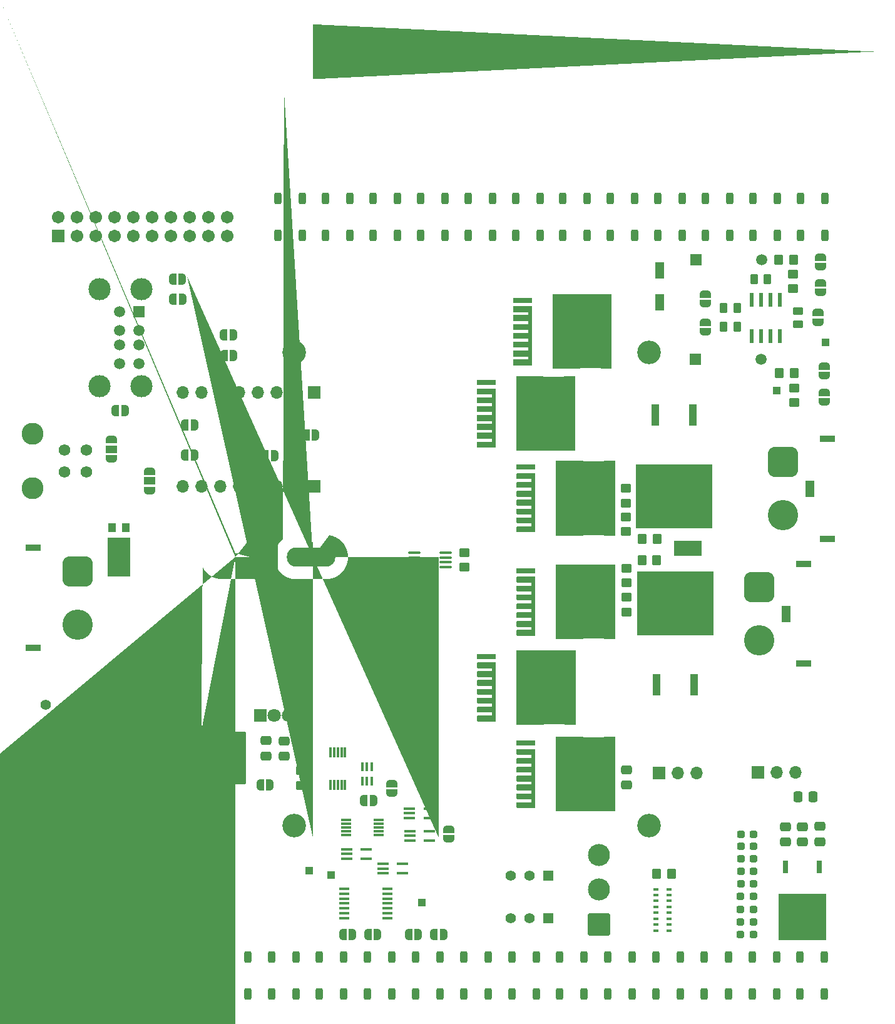
<source format=gbr>
%TF.GenerationSoftware,KiCad,Pcbnew,8.0.3*%
%TF.CreationDate,2025-06-05T12:32:52-07:00*%
%TF.ProjectId,Power_ManagementV2,506f7765-725f-44d6-916e-6167656d656e,rev?*%
%TF.SameCoordinates,Original*%
%TF.FileFunction,Soldermask,Top*%
%TF.FilePolarity,Negative*%
%FSLAX46Y46*%
G04 Gerber Fmt 4.6, Leading zero omitted, Abs format (unit mm)*
G04 Created by KiCad (PCBNEW 8.0.3) date 2025-06-05 12:32:52*
%MOMM*%
%LPD*%
G01*
G04 APERTURE LIST*
G04 Aperture macros list*
%AMRoundRect*
0 Rectangle with rounded corners*
0 $1 Rounding radius*
0 $2 $3 $4 $5 $6 $7 $8 $9 X,Y pos of 4 corners*
0 Add a 4 corners polygon primitive as box body*
4,1,4,$2,$3,$4,$5,$6,$7,$8,$9,$2,$3,0*
0 Add four circle primitives for the rounded corners*
1,1,$1+$1,$2,$3*
1,1,$1+$1,$4,$5*
1,1,$1+$1,$6,$7*
1,1,$1+$1,$8,$9*
0 Add four rect primitives between the rounded corners*
20,1,$1+$1,$2,$3,$4,$5,0*
20,1,$1+$1,$4,$5,$6,$7,0*
20,1,$1+$1,$6,$7,$8,$9,0*
20,1,$1+$1,$8,$9,$2,$3,0*%
%AMFreePoly0*
4,1,19,0.500000,-0.750000,0.000000,-0.750000,0.000000,-0.744911,-0.071157,-0.744911,-0.207708,-0.704816,-0.327430,-0.627875,-0.420627,-0.520320,-0.479746,-0.390866,-0.500000,-0.250000,-0.500000,0.250000,-0.479746,0.390866,-0.420627,0.520320,-0.327430,0.627875,-0.207708,0.704816,-0.071157,0.744911,0.000000,0.744911,0.000000,0.750000,0.500000,0.750000,0.500000,-0.750000,0.500000,-0.750000,
$1*%
%AMFreePoly1*
4,1,19,0.000000,0.744911,0.071157,0.744911,0.207708,0.704816,0.327430,0.627875,0.420627,0.520320,0.479746,0.390866,0.500000,0.250000,0.500000,-0.250000,0.479746,-0.390866,0.420627,-0.520320,0.327430,-0.627875,0.207708,-0.704816,0.071157,-0.744911,0.000000,-0.744911,0.000000,-0.750000,-0.500000,-0.750000,-0.500000,0.750000,0.000000,0.750000,0.000000,0.744911,0.000000,0.744911,
$1*%
%AMFreePoly2*
4,1,19,0.550000,-0.750000,0.000000,-0.750000,0.000000,-0.744911,-0.071157,-0.744911,-0.207708,-0.704816,-0.327430,-0.627875,-0.420627,-0.520320,-0.479746,-0.390866,-0.500000,-0.250000,-0.500000,0.250000,-0.479746,0.390866,-0.420627,0.520320,-0.327430,0.627875,-0.207708,0.704816,-0.071157,0.744911,0.000000,0.744911,0.000000,0.750000,0.550000,0.750000,0.550000,-0.750000,0.550000,-0.750000,
$1*%
%AMFreePoly3*
4,1,19,0.000000,0.744911,0.071157,0.744911,0.207708,0.704816,0.327430,0.627875,0.420627,0.520320,0.479746,0.390866,0.500000,0.250000,0.500000,-0.250000,0.479746,-0.390866,0.420627,-0.520320,0.327430,-0.627875,0.207708,-0.704816,0.071157,-0.744911,0.000000,-0.744911,0.000000,-0.750000,-0.550000,-0.750000,-0.550000,0.750000,0.000000,0.750000,0.000000,0.744911,0.000000,0.744911,
$1*%
%AMFreePoly4*
4,1,64,2.219304,2.963065,2.677052,2.853170,3.111972,2.673020,3.513357,2.427051,3.871321,2.121320,4.177052,1.763356,4.423021,1.361971,4.603171,0.927051,4.713066,0.469303,4.750001,0.000000,4.713066,-0.469303,4.603171,-0.927051,4.423021,-1.361971,4.177052,-1.763356,3.871321,-2.121320,3.513357,-2.427051,3.111972,-2.673020,2.677052,-2.853170,2.219304,-2.963065,1.750001,-3.000000,
-2.249999,-3.000000,-2.397706,-2.996361,-2.545055,-2.985454,-2.691689,-2.967306,-2.837251,-2.941960,-2.981388,-2.909478,-3.123751,-2.869938,-3.263995,-2.823437,-3.401780,-2.770088,-3.536770,-2.710019,-3.668639,-2.643376,-3.797067,-2.570322,-3.921743,-2.491033,-4.042363,-2.405702,-4.158636,-2.314536,-4.270279,-2.217755,-4.377022,-2.115595,-4.478605,-2.008303,-4.574782,-1.896139,-4.665320,-1.779377,
-4.750000,-1.658298,-4.750001,1.658297,-4.665322,1.779376,-4.574783,1.896139,-4.478606,2.008302,-4.377023,2.115594,-4.270281,2.217755,-4.158637,2.314535,-4.042365,2.405702,-3.921744,2.491033,-3.797069,2.570322,-3.668640,2.643376,-3.536771,2.710019,-3.401780,2.770087,-3.263996,2.823437,-3.123752,2.869937,-2.981389,2.909477,-2.837251,2.941959,-2.691689,2.967304,-2.545056,2.985452,
-2.397706,2.996359,-2.249999,2.999997,1.750001,3.000000,2.219304,2.963065,2.219304,2.963065,$1*%
%AMFreePoly5*
4,1,64,2.397707,2.996361,2.545056,2.985454,2.691689,2.967306,2.837251,2.941960,2.981388,2.909477,3.123751,2.869938,3.263995,2.823437,3.401779,2.770087,3.536770,2.710019,3.668639,2.643376,3.797067,2.570322,3.921742,2.491033,4.042363,2.405702,4.158635,2.314536,4.270278,2.217755,4.377021,2.115595,4.478604,2.008303,4.574782,1.896140,4.665320,1.779378,4.750000,1.658299,
4.750001,-1.658298,4.665321,-1.779377,4.574783,-1.896139,4.478606,-2.008303,4.377022,-2.115595,4.270280,-2.217755,4.158637,-2.314536,4.042364,-2.405702,3.921744,-2.491033,3.797068,-2.570322,3.668640,-2.643376,3.536771,-2.710019,3.401780,-2.770087,3.263996,-2.823437,3.123752,-2.869937,2.981389,-2.909477,2.837251,-2.941959,2.691689,-2.967305,2.545056,-2.985453,2.397707,-2.996360,
2.250000,-2.999998,-1.750001,-3.000000,-2.219304,-2.963065,-2.677051,-2.853170,-3.111972,-2.673020,-3.513356,-2.427051,-3.871321,-2.121320,-4.177051,-1.763356,-4.423020,-1.361971,-4.603170,-0.927051,-4.713066,-0.469303,-4.750001,0.000000,-4.713066,0.469303,-4.603170,0.927051,-4.423020,1.361971,-4.177051,1.763356,-3.871321,2.121320,-3.513356,2.427051,-3.111972,2.673020,-2.677051,2.853170,
-2.219304,2.963065,-1.750001,3.000000,2.250000,3.000000,2.397707,2.996361,2.397707,2.996361,$1*%
G04 Aperture macros list end*
%ADD10C,0.000000*%
%ADD11RoundRect,0.250000X-0.250000X0.550000X-0.250000X-0.550000X0.250000X-0.550000X0.250000X0.550000X0*%
%ADD12FreePoly0,0.000000*%
%ADD13FreePoly1,0.000000*%
%ADD14RoundRect,0.100000X-0.650000X-0.100000X0.650000X-0.100000X0.650000X0.100000X-0.650000X0.100000X0*%
%ADD15C,1.498600*%
%ADD16R,1.498600X1.498600*%
%ADD17R,0.990600X1.143000*%
%ADD18R,3.098800X5.207000*%
%ADD19RoundRect,0.250000X-0.262500X-0.450000X0.262500X-0.450000X0.262500X0.450000X-0.262500X0.450000X0*%
%ADD20RoundRect,0.250000X0.250000X-0.550000X0.250000X0.550000X-0.250000X0.550000X-0.250000X-0.550000X0*%
%ADD21C,1.574800*%
%ADD22C,2.971800*%
%ADD23RoundRect,0.237500X-0.287500X-0.237500X0.287500X-0.237500X0.287500X0.237500X-0.287500X0.237500X0*%
%ADD24RoundRect,0.250000X0.475000X-0.337500X0.475000X0.337500X-0.475000X0.337500X-0.475000X-0.337500X0*%
%ADD25RoundRect,0.250000X0.350000X0.450000X-0.350000X0.450000X-0.350000X-0.450000X0.350000X-0.450000X0*%
%ADD26FreePoly0,90.000000*%
%ADD27FreePoly1,90.000000*%
%ADD28C,3.200000*%
%ADD29R,1.500000X1.500000*%
%ADD30C,1.500000*%
%ADD31C,3.000000*%
%ADD32R,2.400000X2.400000*%
%ADD33C,2.400000*%
%ADD34RoundRect,0.250000X-0.450000X0.350000X-0.450000X-0.350000X0.450000X-0.350000X0.450000X0.350000X0*%
%ADD35R,0.330200X1.371600*%
%ADD36FreePoly2,90.000000*%
%ADD37R,1.500000X1.000000*%
%ADD38FreePoly3,90.000000*%
%ADD39RoundRect,0.250000X-0.337500X-0.475000X0.337500X-0.475000X0.337500X0.475000X-0.337500X0.475000X0*%
%ADD40RoundRect,0.250000X0.450000X-0.350000X0.450000X0.350000X-0.450000X0.350000X-0.450000X-0.350000X0*%
%ADD41FreePoly2,0.000000*%
%ADD42R,1.000000X1.500000*%
%ADD43FreePoly3,0.000000*%
%ADD44R,2.500000X0.800000*%
%ADD45R,7.999995X10.100005*%
%ADD46FreePoly2,270.000000*%
%ADD47FreePoly3,270.000000*%
%ADD48RoundRect,0.102000X-0.754000X-0.754000X0.754000X-0.754000X0.754000X0.754000X-0.754000X0.754000X0*%
%ADD49C,1.712000*%
%ADD50RoundRect,0.250000X-0.350000X-0.450000X0.350000X-0.450000X0.350000X0.450000X-0.350000X0.450000X0*%
%ADD51C,1.400000*%
%ADD52R,3.500000X3.500000*%
%ADD53C,3.500000*%
%ADD54R,1.168400X2.209800*%
%ADD55RoundRect,0.250000X-0.475000X0.337500X-0.475000X-0.337500X0.475000X-0.337500X0.475000X0.337500X0*%
%ADD56R,1.371600X0.330200*%
%ADD57RoundRect,0.250000X0.262500X0.450000X-0.262500X0.450000X-0.262500X-0.450000X0.262500X-0.450000X0*%
%ADD58R,1.700000X1.700000*%
%ADD59O,1.700000X1.700000*%
%ADD60R,0.711200X1.701800*%
%ADD61R,6.553200X6.223000*%
%ADD62RoundRect,0.102000X0.609000X0.609000X-0.609000X0.609000X-0.609000X-0.609000X0.609000X-0.609000X0*%
%ADD63C,1.422000*%
%ADD64R,0.990600X2.997200*%
%ADD65R,10.337800X8.712200*%
%ADD66FreePoly0,180.000000*%
%ADD67FreePoly1,180.000000*%
%ADD68RoundRect,0.100000X-0.712500X-0.100000X0.712500X-0.100000X0.712500X0.100000X-0.712500X0.100000X0*%
%ADD69R,1.000000X1.000000*%
%ADD70R,2.000000X0.900000*%
%ADD71RoundRect,1.025000X-1.025000X1.025000X-1.025000X-1.025000X1.025000X-1.025000X1.025000X1.025000X0*%
%ADD72C,4.100000*%
%ADD73R,1.300000X2.300000*%
%ADD74R,1.460500X0.355600*%
%ADD75R,0.355600X1.168400*%
%ADD76R,3.800000X2.000000*%
%ADD77RoundRect,1.025000X1.025000X-1.025000X1.025000X1.025000X-1.025000X1.025000X-1.025000X-1.025000X0*%
%ADD78R,0.711200X0.457200*%
%ADD79R,1.800000X1.800000*%
%ADD80C,1.800000*%
%ADD81RoundRect,1.300000X-2.000000X-0.000010X2.000000X-0.000010X2.000000X0.000010X-2.000000X0.000010X0*%
%ADD82FreePoly4,0.000000*%
%ADD83FreePoly5,0.000000*%
%ADD84RoundRect,0.102000X-1.495000X-0.670000X1.495000X-0.670000X1.495000X0.670000X-1.495000X0.670000X0*%
%ADD85RoundRect,0.102000X-4.130000X-3.450000X4.130000X-3.450000X4.130000X3.450000X-4.130000X3.450000X0*%
%ADD86R,0.533400X1.981200*%
%ADD87RoundRect,0.250000X0.650000X-1.000000X0.650000X1.000000X-0.650000X1.000000X-0.650000X-1.000000X0*%
%ADD88RoundRect,0.102000X1.387500X1.387500X-1.387500X1.387500X-1.387500X-1.387500X1.387500X-1.387500X0*%
%ADD89C,2.979000*%
%ADD90RoundRect,0.250000X-0.450000X0.262500X-0.450000X-0.262500X0.450000X-0.262500X0.450000X0.262500X0*%
%ADD91RoundRect,0.102000X1.500000X-1.237500X1.500000X1.237500X-1.500000X1.237500X-1.500000X-1.237500X0*%
G04 APERTURE END LIST*
D10*
%TO.C,Q3*%
G36*
X230490703Y-88526397D02*
G01*
X233290698Y-88526397D01*
X233290702Y-87676398D01*
X234790699Y-87676398D01*
X234790699Y-97776404D01*
X233290702Y-97776404D01*
X233290698Y-96926405D01*
X230490703Y-96926405D01*
X230490697Y-97776404D01*
X226790704Y-97776404D01*
X226790704Y-87676398D01*
X230490697Y-87676398D01*
X230490703Y-88526397D01*
G37*
G36*
X223990701Y-97326400D02*
G01*
X221490701Y-97326400D01*
X221490701Y-96526400D01*
X223490700Y-96526402D01*
X223490700Y-96126402D01*
X221490701Y-96126400D01*
X221490701Y-95326402D01*
X223490700Y-95326402D01*
X223490700Y-94926402D01*
X221490701Y-94926402D01*
X221490701Y-94126403D01*
X223490700Y-94126402D01*
X223490700Y-93726402D01*
X221490701Y-93726402D01*
X221490701Y-92926402D01*
X223490700Y-92926402D01*
X223490700Y-92526402D01*
X221490701Y-92526402D01*
X221490701Y-91726402D01*
X223490700Y-91726402D01*
X223490700Y-91326402D01*
X221490701Y-91326402D01*
X221490701Y-90526402D01*
X223490700Y-90526402D01*
X223490700Y-90126402D01*
X221490701Y-90126402D01*
X221490701Y-89326402D01*
X223990701Y-89326402D01*
X223990701Y-97326400D01*
G37*
%TO.C,Q4*%
G36*
X230490703Y-102539795D02*
G01*
X233290698Y-102539795D01*
X233290702Y-101689796D01*
X234790699Y-101689796D01*
X234790699Y-111789802D01*
X233290702Y-111789802D01*
X233290698Y-110939803D01*
X230490703Y-110939803D01*
X230490697Y-111789802D01*
X226790704Y-111789802D01*
X226790704Y-101689796D01*
X230490697Y-101689796D01*
X230490703Y-102539795D01*
G37*
G36*
X223990701Y-111339798D02*
G01*
X221490701Y-111339798D01*
X221490701Y-110539798D01*
X223490700Y-110539800D01*
X223490700Y-110139800D01*
X221490701Y-110139798D01*
X221490701Y-109339800D01*
X223490700Y-109339800D01*
X223490700Y-108939800D01*
X221490701Y-108939800D01*
X221490701Y-108139801D01*
X223490700Y-108139800D01*
X223490700Y-107739800D01*
X221490701Y-107739800D01*
X221490701Y-106939800D01*
X223490700Y-106939800D01*
X223490700Y-106539800D01*
X221490701Y-106539800D01*
X221490701Y-105739800D01*
X223490700Y-105739800D01*
X223490700Y-105339800D01*
X221490701Y-105339800D01*
X221490701Y-104539800D01*
X223490700Y-104539800D01*
X223490700Y-104139800D01*
X221490701Y-104139800D01*
X221490701Y-103339800D01*
X223990701Y-103339800D01*
X223990701Y-111339798D01*
G37*
%TO.C,Q1*%
G36*
X230033503Y-65954796D02*
G01*
X232833498Y-65954796D01*
X232833502Y-65104797D01*
X234333499Y-65104797D01*
X234333499Y-75204803D01*
X232833502Y-75204803D01*
X232833498Y-74354804D01*
X230033503Y-74354804D01*
X230033497Y-75204803D01*
X226333504Y-75204803D01*
X226333504Y-65104797D01*
X230033497Y-65104797D01*
X230033503Y-65954796D01*
G37*
G36*
X223533501Y-74754799D02*
G01*
X221033501Y-74754799D01*
X221033501Y-73954799D01*
X223033500Y-73954801D01*
X223033500Y-73554801D01*
X221033501Y-73554799D01*
X221033501Y-72754801D01*
X223033500Y-72754801D01*
X223033500Y-72354801D01*
X221033501Y-72354801D01*
X221033501Y-71554802D01*
X223033500Y-71554801D01*
X223033500Y-71154801D01*
X221033501Y-71154801D01*
X221033501Y-70354801D01*
X223033500Y-70354801D01*
X223033500Y-69954801D01*
X221033501Y-69954801D01*
X221033501Y-69154801D01*
X223033500Y-69154801D01*
X223033500Y-68754801D01*
X221033501Y-68754801D01*
X221033501Y-67954801D01*
X223033500Y-67954801D01*
X223033500Y-67554801D01*
X221033501Y-67554801D01*
X221033501Y-66754801D01*
X223533501Y-66754801D01*
X223533501Y-74754799D01*
G37*
%TO.C,Q2*%
G36*
X225105903Y-77079996D02*
G01*
X227905898Y-77079996D01*
X227905902Y-76229997D01*
X229405899Y-76229997D01*
X229405899Y-86330003D01*
X227905902Y-86330003D01*
X227905898Y-85480004D01*
X225105903Y-85480004D01*
X225105897Y-86330003D01*
X221405904Y-86330003D01*
X221405904Y-76229997D01*
X225105897Y-76229997D01*
X225105903Y-77079996D01*
G37*
G36*
X218605901Y-85879999D02*
G01*
X216105901Y-85879999D01*
X216105901Y-85079999D01*
X218105900Y-85080001D01*
X218105900Y-84680001D01*
X216105901Y-84679999D01*
X216105901Y-83880001D01*
X218105900Y-83880001D01*
X218105900Y-83480001D01*
X216105901Y-83480001D01*
X216105901Y-82680002D01*
X218105900Y-82680001D01*
X218105900Y-82280001D01*
X216105901Y-82280001D01*
X216105901Y-81480001D01*
X218105900Y-81480001D01*
X218105900Y-81080001D01*
X216105901Y-81080001D01*
X216105901Y-80280001D01*
X218105900Y-80280001D01*
X218105900Y-79880001D01*
X216105901Y-79880001D01*
X216105901Y-79080001D01*
X218105900Y-79080001D01*
X218105900Y-78680001D01*
X216105901Y-78680001D01*
X216105901Y-77880001D01*
X218605901Y-77880001D01*
X218605901Y-85879999D01*
G37*
%TO.C,Q5*%
G36*
X225148602Y-114115995D02*
G01*
X227948597Y-114115995D01*
X227948601Y-113265996D01*
X229448598Y-113265996D01*
X229448598Y-123366002D01*
X227948601Y-123366002D01*
X227948597Y-122516003D01*
X225148602Y-122516003D01*
X225148596Y-123366002D01*
X221448603Y-123366002D01*
X221448603Y-113265996D01*
X225148596Y-113265996D01*
X225148602Y-114115995D01*
G37*
G36*
X218648600Y-122915998D02*
G01*
X216148600Y-122915998D01*
X216148600Y-122115998D01*
X218148599Y-122116000D01*
X218148599Y-121716000D01*
X216148600Y-121715998D01*
X216148600Y-120916000D01*
X218148599Y-120916000D01*
X218148599Y-120516000D01*
X216148600Y-120516000D01*
X216148600Y-119716001D01*
X218148599Y-119716000D01*
X218148599Y-119316000D01*
X216148600Y-119316000D01*
X216148600Y-118516000D01*
X218148599Y-118516000D01*
X218148599Y-118116000D01*
X216148600Y-118116000D01*
X216148600Y-117316000D01*
X218148599Y-117316000D01*
X218148599Y-116916000D01*
X216148600Y-116916000D01*
X216148600Y-116116000D01*
X218148599Y-116116000D01*
X218148599Y-115716000D01*
X216148600Y-115716000D01*
X216148600Y-114916000D01*
X218648600Y-114916000D01*
X218648600Y-122915998D01*
G37*
%TO.C,Q6*%
G36*
X230490703Y-125850795D02*
G01*
X233290698Y-125850795D01*
X233290702Y-125000796D01*
X234790699Y-125000796D01*
X234790699Y-135100802D01*
X233290702Y-135100802D01*
X233290698Y-134250803D01*
X230490703Y-134250803D01*
X230490697Y-135100802D01*
X226790704Y-135100802D01*
X226790704Y-125000796D01*
X230490697Y-125000796D01*
X230490703Y-125850795D01*
G37*
G36*
X223990701Y-134650798D02*
G01*
X221490701Y-134650798D01*
X221490701Y-133850798D01*
X223490700Y-133850800D01*
X223490700Y-133450800D01*
X221490701Y-133450798D01*
X221490701Y-132650800D01*
X223490700Y-132650800D01*
X223490700Y-132250800D01*
X221490701Y-132250800D01*
X221490701Y-131450801D01*
X223490700Y-131450800D01*
X223490700Y-131050800D01*
X221490701Y-131050800D01*
X221490701Y-130250800D01*
X223490700Y-130250800D01*
X223490700Y-129850800D01*
X221490701Y-129850800D01*
X221490701Y-129050800D01*
X223490700Y-129050800D01*
X223490700Y-128650800D01*
X221490701Y-128650800D01*
X221490701Y-127850800D01*
X223490700Y-127850800D01*
X223490700Y-127450800D01*
X221490701Y-127450800D01*
X221490701Y-126650800D01*
X223990701Y-126650800D01*
X223990701Y-134650798D01*
G37*
%TD*%
D11*
%TO.C,LED18*%
X263139322Y-52200000D03*
X259839322Y-52200000D03*
X263139322Y-57200000D03*
X259839322Y-57200000D03*
%TD*%
D12*
%TO.C,JP11*%
X176575000Y-82800000D03*
D13*
X177875000Y-82800000D03*
%TD*%
D14*
%TO.C,U9*%
X203365000Y-142175000D03*
X203365000Y-142825000D03*
X203365000Y-143475000D03*
X206025000Y-143475000D03*
X206025000Y-142175000D03*
%TD*%
D15*
%TO.C,D2*%
X254594480Y-60500000D03*
D16*
X245694320Y-60500000D03*
%TD*%
D17*
%TO.C,CR1*%
X168616402Y-96723200D03*
X166776400Y-96723200D03*
D18*
X167696401Y-100711000D03*
%TD*%
D19*
%TO.C,R5*%
X249485900Y-67002400D03*
X251310900Y-67002400D03*
%TD*%
D20*
%TO.C,LED1*%
X155793000Y-159750000D03*
X159093000Y-159750000D03*
X155793000Y-154750000D03*
X159093000Y-154750000D03*
%TD*%
D21*
%TO.C,J9*%
X160274000Y-89183350D03*
X160274000Y-86183351D03*
X163273999Y-89183350D03*
X163273999Y-86183351D03*
D22*
X155953998Y-84033350D03*
X155953998Y-91333351D03*
%TD*%
D23*
%TO.C,D13*%
X251747400Y-150048200D03*
X253497400Y-150048200D03*
%TD*%
D24*
%TO.C,C6*%
X260148599Y-139211500D03*
X260148599Y-137136500D03*
%TD*%
D20*
%TO.C,LED5*%
X181798600Y-159750000D03*
X185098600Y-159750000D03*
X181798600Y-154750000D03*
X185098600Y-154750000D03*
%TD*%
D25*
%TO.C,R19*%
X242400000Y-143520400D03*
X240400000Y-143520400D03*
%TD*%
D26*
%TO.C,JP1*%
X262260200Y-68915800D03*
D27*
X262260200Y-67615800D03*
%TD*%
D28*
%TO.C,H1*%
X191350000Y-73000000D03*
%TD*%
D29*
%TO.C,J7*%
X170355000Y-67525000D03*
D30*
X170355000Y-70025000D03*
X170355000Y-72025000D03*
X170355000Y-74525000D03*
X167735000Y-67525000D03*
X167735000Y-70025000D03*
X167735000Y-72025000D03*
X167735000Y-74525000D03*
D31*
X170705000Y-64455000D03*
X165025000Y-64455000D03*
X170705000Y-77595000D03*
X165025000Y-77595000D03*
%TD*%
D14*
%TO.C,U12*%
X206990000Y-134700000D03*
X206990000Y-135350000D03*
X206990000Y-136000000D03*
X209650000Y-136000000D03*
X209650000Y-134700000D03*
%TD*%
D32*
%TO.C,C11*%
X163042600Y-140606846D03*
D33*
X163042600Y-148106846D03*
%TD*%
D34*
%TO.C,R12*%
X259000000Y-77800000D03*
X259000000Y-79800000D03*
%TD*%
D35*
%TO.C,U10*%
X198275001Y-127139000D03*
X197774999Y-127139000D03*
X197275000Y-127139000D03*
X196775001Y-127139000D03*
X196274999Y-127139000D03*
X196274999Y-131533200D03*
X196775001Y-131533200D03*
X197275000Y-131533200D03*
X197774999Y-131533200D03*
X198275001Y-131533200D03*
%TD*%
D36*
%TO.C,JP8*%
X171857500Y-91675000D03*
D37*
X171857500Y-90375000D03*
D38*
X171857500Y-89075000D03*
%TD*%
D34*
%TO.C,R13*%
X192350000Y-125575000D03*
X192350000Y-127575000D03*
%TD*%
D39*
%TO.C,C2*%
X259515700Y-133096000D03*
X261590700Y-133096000D03*
%TD*%
D26*
%TO.C,JP25*%
X204550000Y-132625000D03*
D27*
X204550000Y-131325000D03*
%TD*%
D15*
%TO.C,D1*%
X254543680Y-73915000D03*
D16*
X245643520Y-73915000D03*
%TD*%
D20*
%TO.C,LED6*%
X188300000Y-159750000D03*
X191600000Y-159750000D03*
X188300000Y-154750000D03*
X191600000Y-154750000D03*
%TD*%
D26*
%TO.C,JP3*%
X247045600Y-66396600D03*
D27*
X247045600Y-65096600D03*
%TD*%
D40*
%TO.C,R1*%
X236220000Y-93370400D03*
X236220000Y-91370400D03*
%TD*%
D11*
%TO.C,LED28*%
X198924934Y-52200000D03*
X195624934Y-52200000D03*
X198924934Y-57200000D03*
X195624934Y-57200000D03*
%TD*%
D41*
%TO.C,JP9*%
X191650000Y-84207500D03*
D42*
X192950000Y-84207500D03*
D43*
X194250000Y-84207500D03*
%TD*%
D44*
%TO.C,Q3*%
X222740701Y-88526402D03*
X222740701Y-89726402D03*
X222740701Y-90926402D03*
X222740701Y-92126402D03*
X222740701Y-93326402D03*
X222740701Y-94526402D03*
X222740701Y-95726400D03*
X222740701Y-96926400D03*
D45*
X230790701Y-92726401D03*
%TD*%
D26*
%TO.C,JP4*%
X262600000Y-61400000D03*
D27*
X262600000Y-60100000D03*
%TD*%
D46*
%TO.C,JP28*%
X166624000Y-84785200D03*
D37*
X166624000Y-86085200D03*
D47*
X166624000Y-87385200D03*
%TD*%
D20*
%TO.C,LED10*%
X214305600Y-159750000D03*
X217605600Y-159750000D03*
X214305600Y-154750000D03*
X217605600Y-154750000D03*
%TD*%
D44*
%TO.C,Q4*%
X222740701Y-102539800D03*
X222740701Y-103739800D03*
X222740701Y-104939800D03*
X222740701Y-106139800D03*
X222740701Y-107339800D03*
X222740701Y-108539800D03*
X222740701Y-109739798D03*
X222740701Y-110939798D03*
D45*
X230790701Y-106739799D03*
%TD*%
D12*
%TO.C,JP16*%
X187425000Y-87000000D03*
D13*
X188725000Y-87000000D03*
%TD*%
D48*
%TO.C,J8*%
X159500000Y-57290000D03*
D49*
X159500000Y-54750000D03*
X162040000Y-57290000D03*
X162040000Y-54750000D03*
X164580000Y-57290000D03*
X164580000Y-54750000D03*
X167120000Y-57290000D03*
X167120000Y-54750000D03*
X169660000Y-57290000D03*
X169660000Y-54750000D03*
X172200000Y-57290000D03*
X172200000Y-54750000D03*
X174740000Y-57290000D03*
X174740000Y-54750000D03*
X177280000Y-57290000D03*
X177280000Y-54750000D03*
X179820000Y-57290000D03*
X179820000Y-54750000D03*
X182360000Y-57290000D03*
X182360000Y-54750000D03*
%TD*%
D50*
%TO.C,R9*%
X256900000Y-60450000D03*
X258900000Y-60450000D03*
%TD*%
D20*
%TO.C,LED7*%
X194801400Y-159750000D03*
X198101400Y-159750000D03*
X194801400Y-154750000D03*
X198101400Y-154750000D03*
%TD*%
D24*
%TO.C,C4*%
X262459999Y-139186100D03*
X262459999Y-137111100D03*
%TD*%
D28*
%TO.C,H2*%
X191350000Y-137000000D03*
%TD*%
D51*
%TO.C,J6*%
X157750000Y-131700000D03*
X157750000Y-120700000D03*
D52*
X162750000Y-128700000D03*
D53*
X162750000Y-123700000D03*
%TD*%
D54*
%TO.C,C1*%
X240800000Y-61900000D03*
X240800000Y-66218000D03*
%TD*%
D20*
%TO.C,LED15*%
X246812600Y-159750000D03*
X250112600Y-159750000D03*
X246812600Y-154750000D03*
X250112600Y-154750000D03*
%TD*%
D55*
%TO.C,C8*%
X187550000Y-125525000D03*
X187550000Y-127600000D03*
%TD*%
%TO.C,C9*%
X190025000Y-125537500D03*
X190025000Y-127612500D03*
%TD*%
D56*
%TO.C,U6*%
X198427900Y-136274999D03*
X198427900Y-136775001D03*
X198427900Y-137275000D03*
X198427900Y-137774999D03*
X198427900Y-138275001D03*
X202822100Y-138275001D03*
X202822100Y-137774999D03*
X202822100Y-137275000D03*
X202822100Y-136775001D03*
X202822100Y-136274999D03*
%TD*%
D57*
%TO.C,TH2*%
X255425700Y-63090800D03*
X253600700Y-63090800D03*
%TD*%
D28*
%TO.C,H4*%
X239350000Y-73000000D03*
%TD*%
D20*
%TO.C,LED17*%
X259815400Y-159750000D03*
X263115400Y-159750000D03*
X259815400Y-154750000D03*
X263115400Y-154750000D03*
%TD*%
%TO.C,LED4*%
X175297200Y-159750000D03*
X178597200Y-159750000D03*
X175297200Y-154750000D03*
X178597200Y-154750000D03*
%TD*%
D58*
%TO.C,J3*%
X194125000Y-78450000D03*
D59*
X191585000Y-78450000D03*
X189045000Y-78450000D03*
X186505000Y-78450000D03*
X183965000Y-78450000D03*
X181425000Y-78450000D03*
X178885000Y-78450000D03*
X176345000Y-78450000D03*
%TD*%
D23*
%TO.C,D5*%
X251803400Y-139837400D03*
X253553400Y-139837400D03*
%TD*%
D44*
%TO.C,Q1*%
X222283501Y-65954801D03*
X222283501Y-67154801D03*
X222283501Y-68354801D03*
X222283501Y-69554801D03*
X222283501Y-70754801D03*
X222283501Y-71954801D03*
X222283501Y-73154799D03*
X222283501Y-74354799D03*
D45*
X230333501Y-70154800D03*
%TD*%
D34*
%TO.C,R7*%
X236372400Y-102190800D03*
X236372400Y-104190800D03*
%TD*%
D20*
%TO.C,LED16*%
X253314000Y-159750000D03*
X256614000Y-159750000D03*
X253314000Y-154750000D03*
X256614000Y-154750000D03*
%TD*%
D12*
%TO.C,JP24*%
X206850000Y-151700000D03*
D13*
X208150000Y-151700000D03*
%TD*%
D60*
%TO.C,U4*%
X262450001Y-142593600D03*
D61*
X260150000Y-149350000D03*
D60*
X257849999Y-142593600D03*
%TD*%
D62*
%TO.C,VR2*%
X225740400Y-149565600D03*
D63*
X223200400Y-149565600D03*
X220660400Y-149565600D03*
%TD*%
D64*
%TO.C,U2*%
X240385600Y-117983000D03*
D65*
X242925600Y-106972100D03*
D64*
X245465600Y-117983000D03*
%TD*%
D26*
%TO.C,JP6*%
X262600000Y-64900000D03*
D27*
X262600000Y-63600000D03*
%TD*%
D26*
%TO.C,JP7*%
X263050000Y-79700000D03*
D27*
X263050000Y-78400000D03*
%TD*%
D66*
%TO.C,JP26*%
X202100000Y-133600000D03*
D67*
X200800000Y-133600000D03*
%TD*%
D32*
%TO.C,C10*%
X180060600Y-140606292D03*
D33*
X180060600Y-148106292D03*
%TD*%
D20*
%TO.C,LED3*%
X168795800Y-159750000D03*
X172095800Y-159750000D03*
X168795800Y-154750000D03*
X172095800Y-154750000D03*
%TD*%
D50*
%TO.C,R10*%
X257000000Y-75800000D03*
X259000000Y-75800000D03*
%TD*%
D68*
%TO.C,U14*%
X207612500Y-100100000D03*
X207612500Y-100750000D03*
X207612500Y-101400000D03*
X207612500Y-102050000D03*
X211837500Y-102050000D03*
X211837500Y-101400000D03*
X211837500Y-100750000D03*
X211837500Y-100100000D03*
%TD*%
D58*
%TO.C,J4*%
X194125000Y-91150000D03*
D59*
X191585000Y-91150000D03*
X189045000Y-91150000D03*
X186505000Y-91150000D03*
X183965000Y-91150000D03*
X181425000Y-91150000D03*
X178885000Y-91150000D03*
X176345000Y-91150000D03*
%TD*%
D69*
%TO.C,TP4*%
X208635600Y-147421600D03*
%TD*%
D23*
%TO.C,D6*%
X251800800Y-141488400D03*
X253550800Y-141488400D03*
%TD*%
D70*
%TO.C,J2*%
X260317600Y-101606400D03*
X260317600Y-115106400D03*
D71*
X254317600Y-104756400D03*
D72*
X254317600Y-111956400D03*
D73*
X257967600Y-108356400D03*
%TD*%
D20*
%TO.C,LED8*%
X201302800Y-159750000D03*
X204602800Y-159750000D03*
X201302800Y-154750000D03*
X204602800Y-154750000D03*
%TD*%
D12*
%TO.C,JP20*%
X181884800Y-73406000D03*
D13*
X183184800Y-73406000D03*
%TD*%
D11*
%TO.C,LED20*%
X250296438Y-52200000D03*
X246996438Y-52200000D03*
X250296438Y-57200000D03*
X246996438Y-57200000D03*
%TD*%
D64*
%TO.C,U1*%
X245313200Y-81445100D03*
D65*
X242773200Y-92456000D03*
D64*
X240233200Y-81445100D03*
%TD*%
D70*
%TO.C,J1*%
X263499600Y-84696400D03*
X263499600Y-98196400D03*
D71*
X257499600Y-87846400D03*
D72*
X257499600Y-95046400D03*
D73*
X261149600Y-91446400D03*
%TD*%
D20*
%TO.C,LED2*%
X162294400Y-159750000D03*
X165594400Y-159750000D03*
X162294400Y-154750000D03*
X165594400Y-154750000D03*
%TD*%
D25*
%TO.C,R8*%
X240436400Y-101142800D03*
X238436400Y-101142800D03*
%TD*%
D12*
%TO.C,JP19*%
X181834000Y-70612000D03*
D13*
X183134000Y-70612000D03*
%TD*%
D26*
%TO.C,JP27*%
X212300000Y-138800000D03*
D27*
X212300000Y-137500000D03*
%TD*%
D62*
%TO.C,VR1*%
X225740400Y-143799800D03*
D63*
X223200400Y-143799800D03*
X220660400Y-143799800D03*
%TD*%
D69*
%TO.C,TP5*%
X263245600Y-71678800D03*
%TD*%
D20*
%TO.C,LED12*%
X227308400Y-159750000D03*
X230608400Y-159750000D03*
X227308400Y-154750000D03*
X230608400Y-154750000D03*
%TD*%
D74*
%TO.C,U7*%
X198133750Y-145599999D03*
X198133750Y-146250000D03*
X198133750Y-146900001D03*
X198133750Y-147550000D03*
X198133750Y-148199999D03*
X198133750Y-148850000D03*
X198133750Y-149499999D03*
X203988450Y-149500001D03*
X203988450Y-148850000D03*
X203988450Y-148200001D03*
X203988450Y-147550000D03*
X203988450Y-146900001D03*
X203988450Y-146250000D03*
X203988450Y-145600001D03*
%TD*%
D39*
%TO.C,C7*%
X175369400Y-120091200D03*
X177444400Y-120091200D03*
%TD*%
D20*
%TO.C,LED9*%
X207804200Y-159750000D03*
X211104200Y-159750000D03*
X207804200Y-154750000D03*
X211104200Y-154750000D03*
%TD*%
D75*
%TO.C,U11*%
X201875000Y-129019200D03*
X201225001Y-129019200D03*
X200575002Y-129019200D03*
X200575002Y-130975000D03*
X201225001Y-130975000D03*
X201875000Y-130975000D03*
%TD*%
D11*
%TO.C,LED29*%
X192503496Y-52200000D03*
X189203496Y-52200000D03*
X192503496Y-57200000D03*
X189203496Y-57200000D03*
%TD*%
D76*
%TO.C,TP1*%
X244650000Y-99500000D03*
%TD*%
D28*
%TO.C,H3*%
X239350000Y-137000000D03*
%TD*%
D24*
%TO.C,C5*%
X257799199Y-139233000D03*
X257799199Y-137158000D03*
%TD*%
D11*
%TO.C,LED27*%
X205346372Y-52200000D03*
X202046372Y-52200000D03*
X205346372Y-57200000D03*
X202046372Y-57200000D03*
%TD*%
D12*
%TO.C,JP23*%
X210300000Y-151700000D03*
D13*
X211600000Y-151700000D03*
%TD*%
D23*
%TO.C,D8*%
X251789400Y-144892000D03*
X253539400Y-144892000D03*
%TD*%
D34*
%TO.C,R2*%
X236220000Y-95231200D03*
X236220000Y-97231200D03*
%TD*%
D69*
%TO.C,TP2*%
X196392800Y-143713200D03*
%TD*%
D14*
%TO.C,U8*%
X198470000Y-140187500D03*
X198470000Y-140837500D03*
X198470000Y-141487500D03*
X201130000Y-141487500D03*
X201130000Y-140187500D03*
%TD*%
D66*
%TO.C,JP22*%
X202675000Y-151725000D03*
D67*
X201375000Y-151725000D03*
%TD*%
D44*
%TO.C,Q2*%
X217355901Y-77080001D03*
X217355901Y-78280001D03*
X217355901Y-79480001D03*
X217355901Y-80680001D03*
X217355901Y-81880001D03*
X217355901Y-83080001D03*
X217355901Y-84279999D03*
X217355901Y-85479999D03*
D45*
X225405901Y-81280000D03*
%TD*%
D55*
%TO.C,C3*%
X236321600Y-129467700D03*
X236321600Y-131542700D03*
%TD*%
D59*
%TO.C,PM2*%
X259170000Y-129840000D03*
X256630000Y-129840000D03*
D58*
X254090000Y-129840000D03*
%TD*%
D70*
%TO.C,J5*%
X156050000Y-112950000D03*
X156050000Y-99450000D03*
D77*
X162050000Y-102600000D03*
D72*
X162050000Y-109800000D03*
%TD*%
D11*
%TO.C,LED21*%
X243875000Y-52200000D03*
X240575000Y-52200000D03*
X243875000Y-57200000D03*
X240575000Y-57200000D03*
%TD*%
D66*
%TO.C,JP21*%
X199250000Y-151725000D03*
D67*
X197950000Y-151725000D03*
%TD*%
D11*
%TO.C,LED22*%
X237453562Y-52200000D03*
X234153562Y-52200000D03*
X237453562Y-57200000D03*
X234153562Y-57200000D03*
%TD*%
D78*
%TO.C,R21*%
X242087400Y-151205999D03*
X242087400Y-150405999D03*
X242087400Y-149606000D03*
X242087400Y-148805999D03*
X242087400Y-148006001D03*
X242087400Y-147206000D03*
X242087400Y-146405999D03*
X242087400Y-145606001D03*
X240284000Y-145606001D03*
X240284000Y-146406001D03*
X240284000Y-147206000D03*
X240284000Y-148006001D03*
X240284000Y-148805999D03*
X240284000Y-149606000D03*
X240284000Y-150406001D03*
X240284000Y-151205999D03*
%TD*%
D26*
%TO.C,JP5*%
X263050000Y-76150000D03*
D27*
X263050000Y-74850000D03*
%TD*%
D19*
%TO.C,R4*%
X249485900Y-69542400D03*
X251310900Y-69542400D03*
%TD*%
D44*
%TO.C,Q5*%
X217398600Y-114116000D03*
X217398600Y-115316000D03*
X217398600Y-116516000D03*
X217398600Y-117716000D03*
X217398600Y-118916000D03*
X217398600Y-120116000D03*
X217398600Y-121315998D03*
X217398600Y-122515998D03*
D45*
X225448600Y-118315999D03*
%TD*%
D34*
%TO.C,R15*%
X192350000Y-129575000D03*
X192350000Y-131575000D03*
%TD*%
D23*
%TO.C,D7*%
X251803400Y-138161000D03*
X253553400Y-138161000D03*
%TD*%
%TO.C,D12*%
X251750000Y-151750000D03*
X253500000Y-151750000D03*
%TD*%
D79*
%TO.C,U5*%
X186790100Y-122099999D03*
D80*
X188700100Y-122099999D03*
X190610100Y-122099999D03*
D81*
X193700100Y-100700000D03*
D82*
X193950099Y-100700000D03*
D83*
X183450100Y-100700000D03*
%TD*%
D23*
%TO.C,D11*%
X251772800Y-148321000D03*
X253522800Y-148321000D03*
%TD*%
D40*
%TO.C,R6*%
X236372400Y-108137200D03*
X236372400Y-106137200D03*
%TD*%
D44*
%TO.C,Q6*%
X222740701Y-125850800D03*
X222740701Y-127050800D03*
X222740701Y-128250800D03*
X222740701Y-129450800D03*
X222740701Y-130650800D03*
X222740701Y-131850800D03*
X222740701Y-133050798D03*
X222740701Y-134250798D03*
D45*
X230790701Y-130050799D03*
%TD*%
D84*
%TO.C,R14*%
X172907500Y-125310000D03*
X172907500Y-130390000D03*
D85*
X180667500Y-127850000D03*
%TD*%
D25*
%TO.C,R3*%
X240455200Y-98196400D03*
X238455200Y-98196400D03*
%TD*%
D86*
%TO.C,U3*%
X253299080Y-70787000D03*
X254569080Y-70787000D03*
X255839080Y-70787000D03*
X257109080Y-70787000D03*
X257109080Y-65859400D03*
X255839080Y-65859400D03*
X254569080Y-65859400D03*
X253299080Y-65859400D03*
%TD*%
D11*
%TO.C,LED25*%
X218189248Y-52200000D03*
X214889248Y-52200000D03*
X218189248Y-57200000D03*
X214889248Y-57200000D03*
%TD*%
%TO.C,LED26*%
X211767810Y-52200000D03*
X208467810Y-52200000D03*
X211767810Y-57200000D03*
X208467810Y-57200000D03*
%TD*%
D69*
%TO.C,TP6*%
X256641600Y-78130400D03*
%TD*%
D87*
%TO.C,D3*%
X175900000Y-115375000D03*
X175900000Y-111375000D03*
%TD*%
D11*
%TO.C,LED23*%
X231032124Y-52200000D03*
X227732124Y-52200000D03*
X231032124Y-57200000D03*
X227732124Y-57200000D03*
%TD*%
D20*
%TO.C,LED13*%
X233809800Y-159750000D03*
X237109800Y-159750000D03*
X233809800Y-154750000D03*
X237109800Y-154750000D03*
%TD*%
D23*
%TO.C,D4*%
X251803400Y-143215600D03*
X253553400Y-143215600D03*
%TD*%
D88*
%TO.C,S1*%
X232650000Y-150350000D03*
D89*
X232650000Y-145650000D03*
X232650000Y-140950000D03*
%TD*%
D12*
%TO.C,JP10*%
X176575000Y-86850000D03*
D13*
X177875000Y-86850000D03*
%TD*%
D11*
%TO.C,LED19*%
X256717876Y-52200000D03*
X253417876Y-52200000D03*
X256717876Y-57200000D03*
X253417876Y-57200000D03*
%TD*%
D69*
%TO.C,TP3*%
X193395600Y-143103600D03*
%TD*%
D12*
%TO.C,JP15*%
X183625000Y-87000000D03*
D13*
X184925000Y-87000000D03*
%TD*%
D66*
%TO.C,JP18*%
X168500000Y-80850000D03*
D67*
X167200000Y-80850000D03*
%TD*%
D12*
%TO.C,JP17*%
X174976000Y-65836800D03*
D13*
X176276000Y-65836800D03*
%TD*%
D12*
%TO.C,JP13*%
X174925000Y-63125000D03*
D13*
X176225000Y-63125000D03*
%TD*%
D12*
%TO.C,JP14*%
X186775000Y-131525000D03*
D13*
X188075000Y-131525000D03*
%TD*%
D26*
%TO.C,JP2*%
X247045600Y-70242400D03*
D27*
X247045600Y-68942400D03*
%TD*%
D34*
%TO.C,R11*%
X258850000Y-62400000D03*
X258850000Y-64400000D03*
%TD*%
D20*
%TO.C,LED11*%
X220807000Y-159750000D03*
X224107000Y-159750000D03*
X220807000Y-154750000D03*
X224107000Y-154750000D03*
%TD*%
D23*
%TO.C,D10*%
X251772800Y-146593800D03*
X253522800Y-146593800D03*
%TD*%
D90*
%TO.C,TH1*%
X259517000Y-67387200D03*
X259517000Y-69212200D03*
%TD*%
D59*
%TO.C,PM1*%
X245808300Y-129907700D03*
X243268300Y-129907700D03*
D58*
X240728300Y-129907700D03*
%TD*%
D14*
%TO.C,U13*%
X207015000Y-137750000D03*
X207015000Y-138400000D03*
X207015000Y-139050000D03*
X209675000Y-139050000D03*
X209675000Y-137750000D03*
%TD*%
D91*
%TO.C,JP12*%
X168675000Y-130537500D03*
X168675000Y-125162500D03*
%TD*%
D34*
%TO.C,R16*%
X214425000Y-100075000D03*
X214425000Y-102075000D03*
%TD*%
D20*
%TO.C,LED14*%
X240311200Y-159750000D03*
X243611200Y-159750000D03*
X240311200Y-154750000D03*
X243611200Y-154750000D03*
%TD*%
D11*
%TO.C,LED24*%
X224610686Y-52200000D03*
X221310686Y-52200000D03*
X224610686Y-57200000D03*
X221310686Y-57200000D03*
%TD*%
M02*

</source>
